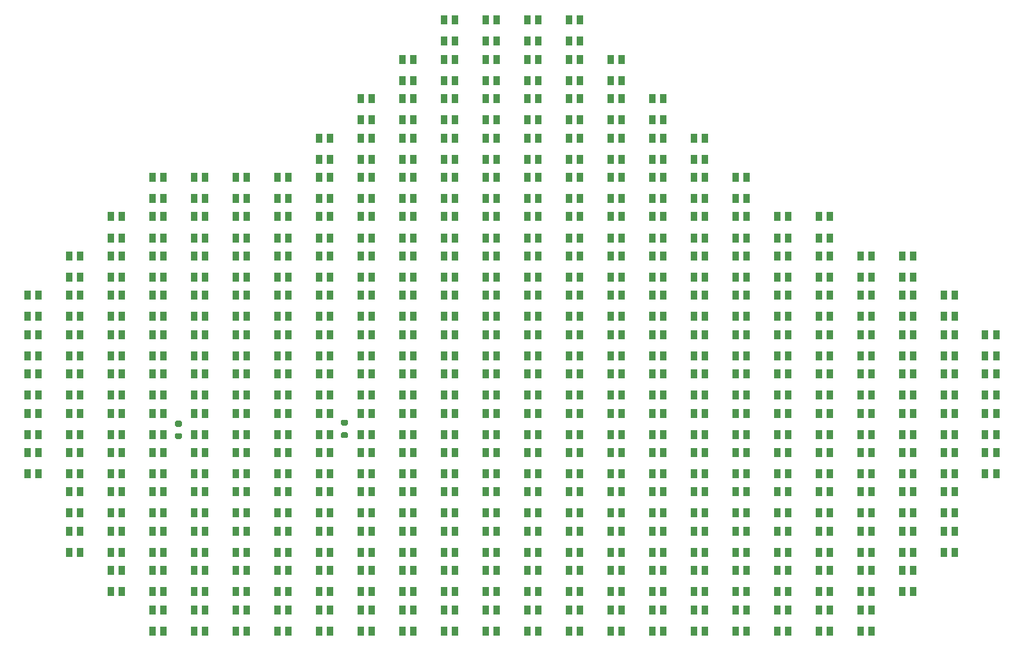
<source format=gbr>
%TF.GenerationSoftware,KiCad,Pcbnew,(5.1.7)-1*%
%TF.CreationDate,2021-01-23T13:14:39+03:00*%
%TF.ProjectId,LED_Cloud,4c45445f-436c-46f7-9564-2e6b69636164,rev?*%
%TF.SameCoordinates,Original*%
%TF.FileFunction,Paste,Top*%
%TF.FilePolarity,Positive*%
%FSLAX46Y46*%
G04 Gerber Fmt 4.6, Leading zero omitted, Abs format (unit mm)*
G04 Created by KiCad (PCBNEW (5.1.7)-1) date 2021-01-23 13:14:39*
%MOMM*%
%LPD*%
G01*
G04 APERTURE LIST*
%ADD10R,0.900000X1.200000*%
G04 APERTURE END LIST*
%TO.C,R9*%
G36*
G01*
X77825000Y-114095000D02*
X78375000Y-114095000D01*
G75*
G02*
X78575000Y-114295000I0J-200000D01*
G01*
X78575000Y-114695000D01*
G75*
G02*
X78375000Y-114895000I-200000J0D01*
G01*
X77825000Y-114895000D01*
G75*
G02*
X77625000Y-114695000I0J200000D01*
G01*
X77625000Y-114295000D01*
G75*
G02*
X77825000Y-114095000I200000J0D01*
G01*
G37*
G36*
G01*
X77825000Y-112445000D02*
X78375000Y-112445000D01*
G75*
G02*
X78575000Y-112645000I0J-200000D01*
G01*
X78575000Y-113045000D01*
G75*
G02*
X78375000Y-113245000I-200000J0D01*
G01*
X77825000Y-113245000D01*
G75*
G02*
X77625000Y-113045000I0J200000D01*
G01*
X77625000Y-112645000D01*
G75*
G02*
X77825000Y-112445000I200000J0D01*
G01*
G37*
%TD*%
%TO.C,R6*%
G36*
G01*
X55915000Y-114230000D02*
X56465000Y-114230000D01*
G75*
G02*
X56665000Y-114430000I0J-200000D01*
G01*
X56665000Y-114830000D01*
G75*
G02*
X56465000Y-115030000I-200000J0D01*
G01*
X55915000Y-115030000D01*
G75*
G02*
X55715000Y-114830000I0J200000D01*
G01*
X55715000Y-114430000D01*
G75*
G02*
X55915000Y-114230000I200000J0D01*
G01*
G37*
G36*
G01*
X55915000Y-112580000D02*
X56465000Y-112580000D01*
G75*
G02*
X56665000Y-112780000I0J-200000D01*
G01*
X56665000Y-113180000D01*
G75*
G02*
X56465000Y-113380000I-200000J0D01*
G01*
X55915000Y-113380000D01*
G75*
G02*
X55715000Y-113180000I0J200000D01*
G01*
X55715000Y-112780000D01*
G75*
G02*
X55915000Y-112580000I200000J0D01*
G01*
G37*
%TD*%
D10*
%TO.C,D300*%
X135275000Y-106400000D03*
X135275000Y-109200000D03*
X136725000Y-109200000D03*
X136725000Y-106400000D03*
%TD*%
%TO.C,D363*%
X158725000Y-101200000D03*
X158725000Y-104000000D03*
X157275000Y-104000000D03*
X157275000Y-101200000D03*
%TD*%
%TO.C,D333*%
X146275000Y-111600000D03*
X146275000Y-114400000D03*
X147725000Y-114400000D03*
X147725000Y-111600000D03*
%TD*%
%TO.C,D366*%
X158725000Y-116800000D03*
X158725000Y-119600000D03*
X157275000Y-119600000D03*
X157275000Y-116800000D03*
%TD*%
%TO.C,D338*%
X146275000Y-137600000D03*
X146275000Y-140400000D03*
X147725000Y-140400000D03*
X147725000Y-137600000D03*
%TD*%
%TO.C,D352*%
X153225000Y-127200000D03*
X153225000Y-130000000D03*
X151775000Y-130000000D03*
X151775000Y-127200000D03*
%TD*%
%TO.C,D345*%
X153225000Y-90800000D03*
X153225000Y-93600000D03*
X151775000Y-93600000D03*
X151775000Y-90800000D03*
%TD*%
%TO.C,D332*%
X146275000Y-106400000D03*
X146275000Y-109200000D03*
X147725000Y-109200000D03*
X147725000Y-106400000D03*
%TD*%
%TO.C,D367*%
X158725000Y-122000000D03*
X158725000Y-124800000D03*
X157275000Y-124800000D03*
X157275000Y-122000000D03*
%TD*%
%TO.C,D337*%
X146275000Y-132400000D03*
X146275000Y-135200000D03*
X147725000Y-135200000D03*
X147725000Y-132400000D03*
%TD*%
%TO.C,D379*%
X164225000Y-101200000D03*
X164225000Y-104000000D03*
X162775000Y-104000000D03*
X162775000Y-101200000D03*
%TD*%
%TO.C,D348*%
X153225000Y-106400000D03*
X153225000Y-109200000D03*
X151775000Y-109200000D03*
X151775000Y-106400000D03*
%TD*%
%TO.C,D365*%
X158725000Y-111600000D03*
X158725000Y-114400000D03*
X157275000Y-114400000D03*
X157275000Y-111600000D03*
%TD*%
%TO.C,D353*%
X153225000Y-132400000D03*
X153225000Y-135200000D03*
X151775000Y-135200000D03*
X151775000Y-132400000D03*
%TD*%
%TO.C,D368*%
X158725000Y-127200000D03*
X158725000Y-130000000D03*
X157275000Y-130000000D03*
X157275000Y-127200000D03*
%TD*%
%TO.C,D381*%
X164225000Y-111600000D03*
X164225000Y-114400000D03*
X162775000Y-114400000D03*
X162775000Y-111600000D03*
%TD*%
%TO.C,D380*%
X164225000Y-106400000D03*
X164225000Y-109200000D03*
X162775000Y-109200000D03*
X162775000Y-106400000D03*
%TD*%
%TO.C,D349*%
X153225000Y-111600000D03*
X153225000Y-114400000D03*
X151775000Y-114400000D03*
X151775000Y-111600000D03*
%TD*%
%TO.C,D382*%
X164225000Y-116800000D03*
X164225000Y-119600000D03*
X162775000Y-119600000D03*
X162775000Y-116800000D03*
%TD*%
%TO.C,D351*%
X153225000Y-122000000D03*
X153225000Y-124800000D03*
X151775000Y-124800000D03*
X151775000Y-122000000D03*
%TD*%
%TO.C,D334*%
X146275000Y-116800000D03*
X146275000Y-119600000D03*
X147725000Y-119600000D03*
X147725000Y-116800000D03*
%TD*%
%TO.C,D336*%
X146275000Y-127200000D03*
X146275000Y-130000000D03*
X147725000Y-130000000D03*
X147725000Y-127200000D03*
%TD*%
%TO.C,D350*%
X153225000Y-116800000D03*
X153225000Y-119600000D03*
X151775000Y-119600000D03*
X151775000Y-116800000D03*
%TD*%
%TO.C,D346*%
X153225000Y-96000000D03*
X153225000Y-98800000D03*
X151775000Y-98800000D03*
X151775000Y-96000000D03*
%TD*%
%TO.C,D330*%
X146275000Y-96000000D03*
X146275000Y-98800000D03*
X147725000Y-98800000D03*
X147725000Y-96000000D03*
%TD*%
%TO.C,D331*%
X146275000Y-101200000D03*
X146275000Y-104000000D03*
X147725000Y-104000000D03*
X147725000Y-101200000D03*
%TD*%
%TO.C,D362*%
X158725000Y-96000000D03*
X158725000Y-98800000D03*
X157275000Y-98800000D03*
X157275000Y-96000000D03*
%TD*%
%TO.C,D335*%
X146275000Y-122000000D03*
X146275000Y-124800000D03*
X147725000Y-124800000D03*
X147725000Y-122000000D03*
%TD*%
%TO.C,D364*%
X158725000Y-106400000D03*
X158725000Y-109200000D03*
X157275000Y-109200000D03*
X157275000Y-106400000D03*
%TD*%
%TO.C,D329*%
X146275000Y-90800000D03*
X146275000Y-93600000D03*
X147725000Y-93600000D03*
X147725000Y-90800000D03*
%TD*%
%TO.C,D347*%
X153225000Y-101200000D03*
X153225000Y-104000000D03*
X151775000Y-104000000D03*
X151775000Y-101200000D03*
%TD*%
%TO.C,D299*%
X135275000Y-101200000D03*
X135275000Y-104000000D03*
X136725000Y-104000000D03*
X136725000Y-101200000D03*
%TD*%
%TO.C,D269*%
X125725000Y-111600000D03*
X125725000Y-114400000D03*
X124275000Y-114400000D03*
X124275000Y-111600000D03*
%TD*%
%TO.C,D302*%
X135275000Y-116800000D03*
X135275000Y-119600000D03*
X136725000Y-119600000D03*
X136725000Y-116800000D03*
%TD*%
%TO.C,D284*%
X129775000Y-106400000D03*
X129775000Y-109200000D03*
X131225000Y-109200000D03*
X131225000Y-106400000D03*
%TD*%
%TO.C,D274*%
X125725000Y-137600000D03*
X125725000Y-140400000D03*
X124275000Y-140400000D03*
X124275000Y-137600000D03*
%TD*%
%TO.C,D315*%
X140775000Y-101200000D03*
X140775000Y-104000000D03*
X142225000Y-104000000D03*
X142225000Y-101200000D03*
%TD*%
%TO.C,D297*%
X135275000Y-90800000D03*
X135275000Y-93600000D03*
X136725000Y-93600000D03*
X136725000Y-90800000D03*
%TD*%
%TO.C,D281*%
X129775000Y-90800000D03*
X129775000Y-93600000D03*
X131225000Y-93600000D03*
X131225000Y-90800000D03*
%TD*%
%TO.C,D273*%
X125725000Y-132400000D03*
X125725000Y-135200000D03*
X124275000Y-135200000D03*
X124275000Y-132400000D03*
%TD*%
%TO.C,D303*%
X135275000Y-122000000D03*
X135275000Y-124800000D03*
X136725000Y-124800000D03*
X136725000Y-122000000D03*
%TD*%
%TO.C,D319*%
X140775000Y-122000000D03*
X140775000Y-124800000D03*
X142225000Y-124800000D03*
X142225000Y-122000000D03*
%TD*%
%TO.C,D288*%
X129775000Y-127200000D03*
X129775000Y-130000000D03*
X131225000Y-130000000D03*
X131225000Y-127200000D03*
%TD*%
%TO.C,D268*%
X125725000Y-106400000D03*
X125725000Y-109200000D03*
X124275000Y-109200000D03*
X124275000Y-106400000D03*
%TD*%
%TO.C,D301*%
X135275000Y-111600000D03*
X135275000Y-114400000D03*
X136725000Y-114400000D03*
X136725000Y-111600000D03*
%TD*%
%TO.C,D289*%
X129775000Y-132400000D03*
X129775000Y-135200000D03*
X131225000Y-135200000D03*
X131225000Y-132400000D03*
%TD*%
%TO.C,D305*%
X135275000Y-132400000D03*
X135275000Y-135200000D03*
X136725000Y-135200000D03*
X136725000Y-132400000D03*
%TD*%
%TO.C,D304*%
X135275000Y-127200000D03*
X135275000Y-130000000D03*
X136725000Y-130000000D03*
X136725000Y-127200000D03*
%TD*%
%TO.C,D321*%
X140775000Y-132400000D03*
X140775000Y-135200000D03*
X142225000Y-135200000D03*
X142225000Y-132400000D03*
%TD*%
%TO.C,D314*%
X140775000Y-96000000D03*
X140775000Y-98800000D03*
X142225000Y-98800000D03*
X142225000Y-96000000D03*
%TD*%
%TO.C,D318*%
X140775000Y-116800000D03*
X140775000Y-119600000D03*
X142225000Y-119600000D03*
X142225000Y-116800000D03*
%TD*%
%TO.C,D306*%
X135275000Y-137600000D03*
X135275000Y-140400000D03*
X136725000Y-140400000D03*
X136725000Y-137600000D03*
%TD*%
%TO.C,D316*%
X140775000Y-106400000D03*
X140775000Y-109200000D03*
X142225000Y-109200000D03*
X142225000Y-106400000D03*
%TD*%
%TO.C,D290*%
X129775000Y-137600000D03*
X129775000Y-140400000D03*
X131225000Y-140400000D03*
X131225000Y-137600000D03*
%TD*%
%TO.C,D312*%
X140775000Y-85600000D03*
X140775000Y-88400000D03*
X142225000Y-88400000D03*
X142225000Y-85600000D03*
%TD*%
%TO.C,D285*%
X129775000Y-111600000D03*
X129775000Y-114400000D03*
X131225000Y-114400000D03*
X131225000Y-111600000D03*
%TD*%
%TO.C,D317*%
X140775000Y-111600000D03*
X140775000Y-114400000D03*
X142225000Y-114400000D03*
X142225000Y-111600000D03*
%TD*%
%TO.C,D280*%
X129775000Y-85600000D03*
X129775000Y-88400000D03*
X131225000Y-88400000D03*
X131225000Y-85600000D03*
%TD*%
%TO.C,D320*%
X140775000Y-127200000D03*
X140775000Y-130000000D03*
X142225000Y-130000000D03*
X142225000Y-127200000D03*
%TD*%
%TO.C,D322*%
X140775000Y-137600000D03*
X140775000Y-140400000D03*
X142225000Y-140400000D03*
X142225000Y-137600000D03*
%TD*%
%TO.C,D287*%
X129775000Y-122000000D03*
X129775000Y-124800000D03*
X131225000Y-124800000D03*
X131225000Y-122000000D03*
%TD*%
%TO.C,D262*%
X125725000Y-75200000D03*
X125725000Y-78000000D03*
X124275000Y-78000000D03*
X124275000Y-75200000D03*
%TD*%
%TO.C,D272*%
X125725000Y-127200000D03*
X125725000Y-130000000D03*
X124275000Y-130000000D03*
X124275000Y-127200000D03*
%TD*%
%TO.C,D286*%
X129775000Y-116800000D03*
X129775000Y-119600000D03*
X131225000Y-119600000D03*
X131225000Y-116800000D03*
%TD*%
%TO.C,D270*%
X125725000Y-116800000D03*
X125725000Y-119600000D03*
X124275000Y-119600000D03*
X124275000Y-116800000D03*
%TD*%
%TO.C,D296*%
X135275000Y-85600000D03*
X135275000Y-88400000D03*
X136725000Y-88400000D03*
X136725000Y-85600000D03*
%TD*%
%TO.C,D282*%
X129775000Y-96000000D03*
X129775000Y-98800000D03*
X131225000Y-98800000D03*
X131225000Y-96000000D03*
%TD*%
%TO.C,D283*%
X129775000Y-101200000D03*
X129775000Y-104000000D03*
X131225000Y-104000000D03*
X131225000Y-101200000D03*
%TD*%
%TO.C,D279*%
X129775000Y-80400000D03*
X129775000Y-83200000D03*
X131225000Y-83200000D03*
X131225000Y-80400000D03*
%TD*%
%TO.C,D266*%
X125725000Y-96000000D03*
X125725000Y-98800000D03*
X124275000Y-98800000D03*
X124275000Y-96000000D03*
%TD*%
%TO.C,D267*%
X125725000Y-101200000D03*
X125725000Y-104000000D03*
X124275000Y-104000000D03*
X124275000Y-101200000D03*
%TD*%
%TO.C,D271*%
X125725000Y-122000000D03*
X125725000Y-124800000D03*
X124275000Y-124800000D03*
X124275000Y-122000000D03*
%TD*%
%TO.C,D264*%
X125725000Y-85600000D03*
X125725000Y-88400000D03*
X124275000Y-88400000D03*
X124275000Y-85600000D03*
%TD*%
%TO.C,D298*%
X135275000Y-96000000D03*
X135275000Y-98800000D03*
X136725000Y-98800000D03*
X136725000Y-96000000D03*
%TD*%
%TO.C,D313*%
X140775000Y-90800000D03*
X140775000Y-93600000D03*
X142225000Y-93600000D03*
X142225000Y-90800000D03*
%TD*%
%TO.C,D265*%
X125725000Y-90800000D03*
X125725000Y-93600000D03*
X124275000Y-93600000D03*
X124275000Y-90800000D03*
%TD*%
%TO.C,D263*%
X125725000Y-80400000D03*
X125725000Y-83200000D03*
X124275000Y-83200000D03*
X124275000Y-80400000D03*
%TD*%
%TO.C,D199*%
X102275000Y-80400000D03*
X102275000Y-83200000D03*
X103725000Y-83200000D03*
X103725000Y-80400000D03*
%TD*%
%TO.C,D220*%
X109225000Y-106400000D03*
X109225000Y-109200000D03*
X107775000Y-109200000D03*
X107775000Y-106400000D03*
%TD*%
%TO.C,D214*%
X109225000Y-75200000D03*
X109225000Y-78000000D03*
X107775000Y-78000000D03*
X107775000Y-75200000D03*
%TD*%
%TO.C,D235*%
X114725000Y-101200000D03*
X114725000Y-104000000D03*
X113275000Y-104000000D03*
X113275000Y-101200000D03*
%TD*%
%TO.C,D205*%
X102275000Y-111600000D03*
X102275000Y-114400000D03*
X103725000Y-114400000D03*
X103725000Y-111600000D03*
%TD*%
%TO.C,D233*%
X114725000Y-90800000D03*
X114725000Y-93600000D03*
X113275000Y-93600000D03*
X113275000Y-90800000D03*
%TD*%
%TO.C,D247*%
X120225000Y-80400000D03*
X120225000Y-83200000D03*
X118775000Y-83200000D03*
X118775000Y-80400000D03*
%TD*%
%TO.C,D238*%
X114725000Y-116800000D03*
X114725000Y-119600000D03*
X113275000Y-119600000D03*
X113275000Y-116800000D03*
%TD*%
%TO.C,D195*%
X103725000Y-59600000D03*
X103725000Y-62400000D03*
X102275000Y-62400000D03*
X102275000Y-59600000D03*
%TD*%
%TO.C,D217*%
X109225000Y-90800000D03*
X109225000Y-93600000D03*
X107775000Y-93600000D03*
X107775000Y-90800000D03*
%TD*%
%TO.C,D210*%
X102275000Y-137600000D03*
X102275000Y-140400000D03*
X103725000Y-140400000D03*
X103725000Y-137600000D03*
%TD*%
%TO.C,D204*%
X102275000Y-106400000D03*
X102275000Y-109200000D03*
X103725000Y-109200000D03*
X103725000Y-106400000D03*
%TD*%
%TO.C,D209*%
X102275000Y-132400000D03*
X102275000Y-135200000D03*
X103725000Y-135200000D03*
X103725000Y-132400000D03*
%TD*%
%TO.C,D239*%
X114725000Y-122000000D03*
X114725000Y-124800000D03*
X113275000Y-124800000D03*
X113275000Y-122000000D03*
%TD*%
%TO.C,D213*%
X109225000Y-70000000D03*
X109225000Y-72800000D03*
X107775000Y-72800000D03*
X107775000Y-70000000D03*
%TD*%
%TO.C,D255*%
X120225000Y-122000000D03*
X120225000Y-124800000D03*
X118775000Y-124800000D03*
X118775000Y-122000000D03*
%TD*%
%TO.C,D197*%
X102275000Y-70000000D03*
X102275000Y-72800000D03*
X103725000Y-72800000D03*
X103725000Y-70000000D03*
%TD*%
%TO.C,D251*%
X120225000Y-101200000D03*
X120225000Y-104000000D03*
X118775000Y-104000000D03*
X118775000Y-101200000D03*
%TD*%
%TO.C,D224*%
X109225000Y-127200000D03*
X109225000Y-130000000D03*
X107775000Y-130000000D03*
X107775000Y-127200000D03*
%TD*%
%TO.C,D237*%
X114725000Y-111600000D03*
X114725000Y-114400000D03*
X113275000Y-114400000D03*
X113275000Y-111600000D03*
%TD*%
%TO.C,D225*%
X109225000Y-132400000D03*
X109225000Y-135200000D03*
X107775000Y-135200000D03*
X107775000Y-132400000D03*
%TD*%
%TO.C,D221*%
X109225000Y-111600000D03*
X109225000Y-114400000D03*
X107775000Y-114400000D03*
X107775000Y-111600000D03*
%TD*%
%TO.C,D241*%
X114725000Y-132400000D03*
X114725000Y-135200000D03*
X113275000Y-135200000D03*
X113275000Y-132400000D03*
%TD*%
%TO.C,D256*%
X120225000Y-127200000D03*
X120225000Y-130000000D03*
X118775000Y-130000000D03*
X118775000Y-127200000D03*
%TD*%
%TO.C,D240*%
X114725000Y-127200000D03*
X114725000Y-130000000D03*
X113275000Y-130000000D03*
X113275000Y-127200000D03*
%TD*%
%TO.C,D257*%
X120225000Y-132400000D03*
X120225000Y-135200000D03*
X118775000Y-135200000D03*
X118775000Y-132400000D03*
%TD*%
%TO.C,D250*%
X120225000Y-96000000D03*
X120225000Y-98800000D03*
X118775000Y-98800000D03*
X118775000Y-96000000D03*
%TD*%
%TO.C,D252*%
X120225000Y-106400000D03*
X120225000Y-109200000D03*
X118775000Y-109200000D03*
X118775000Y-106400000D03*
%TD*%
%TO.C,D211*%
X107775000Y-59600000D03*
X107775000Y-62400000D03*
X109225000Y-62400000D03*
X109225000Y-59600000D03*
%TD*%
%TO.C,D226*%
X109225000Y-137600000D03*
X109225000Y-140400000D03*
X107775000Y-140400000D03*
X107775000Y-137600000D03*
%TD*%
%TO.C,D245*%
X120225000Y-70000000D03*
X120225000Y-72800000D03*
X118775000Y-72800000D03*
X118775000Y-70000000D03*
%TD*%
%TO.C,D258*%
X120225000Y-137600000D03*
X120225000Y-140400000D03*
X118775000Y-140400000D03*
X118775000Y-137600000D03*
%TD*%
%TO.C,D231*%
X114725000Y-80400000D03*
X114725000Y-83200000D03*
X113275000Y-83200000D03*
X113275000Y-80400000D03*
%TD*%
%TO.C,D230*%
X114725000Y-75200000D03*
X114725000Y-78000000D03*
X113275000Y-78000000D03*
X113275000Y-75200000D03*
%TD*%
%TO.C,D248*%
X120225000Y-85600000D03*
X120225000Y-88400000D03*
X118775000Y-88400000D03*
X118775000Y-85600000D03*
%TD*%
%TO.C,D254*%
X120225000Y-116800000D03*
X120225000Y-119600000D03*
X118775000Y-119600000D03*
X118775000Y-116800000D03*
%TD*%
%TO.C,D223*%
X109225000Y-122000000D03*
X109225000Y-124800000D03*
X107775000Y-124800000D03*
X107775000Y-122000000D03*
%TD*%
%TO.C,D253*%
X120225000Y-111600000D03*
X120225000Y-114400000D03*
X118775000Y-114400000D03*
X118775000Y-111600000D03*
%TD*%
%TO.C,D246*%
X120225000Y-75200000D03*
X120225000Y-78000000D03*
X118775000Y-78000000D03*
X118775000Y-75200000D03*
%TD*%
%TO.C,D216*%
X109225000Y-85600000D03*
X109225000Y-88400000D03*
X107775000Y-88400000D03*
X107775000Y-85600000D03*
%TD*%
%TO.C,D242*%
X114725000Y-137600000D03*
X114725000Y-140400000D03*
X113275000Y-140400000D03*
X113275000Y-137600000D03*
%TD*%
%TO.C,D234*%
X114725000Y-96000000D03*
X114725000Y-98800000D03*
X113275000Y-98800000D03*
X113275000Y-96000000D03*
%TD*%
%TO.C,D236*%
X114725000Y-106400000D03*
X114725000Y-109200000D03*
X113275000Y-109200000D03*
X113275000Y-106400000D03*
%TD*%
%TO.C,D249*%
X120225000Y-90800000D03*
X120225000Y-93600000D03*
X118775000Y-93600000D03*
X118775000Y-90800000D03*
%TD*%
%TO.C,D206*%
X102275000Y-116800000D03*
X102275000Y-119600000D03*
X103725000Y-119600000D03*
X103725000Y-116800000D03*
%TD*%
%TO.C,D229*%
X114725000Y-70000000D03*
X114725000Y-72800000D03*
X113275000Y-72800000D03*
X113275000Y-70000000D03*
%TD*%
%TO.C,D218*%
X109225000Y-96000000D03*
X109225000Y-98800000D03*
X107775000Y-98800000D03*
X107775000Y-96000000D03*
%TD*%
%TO.C,D219*%
X109225000Y-101200000D03*
X109225000Y-104000000D03*
X107775000Y-104000000D03*
X107775000Y-101200000D03*
%TD*%
%TO.C,D228*%
X114725000Y-64800000D03*
X114725000Y-67600000D03*
X113275000Y-67600000D03*
X113275000Y-64800000D03*
%TD*%
%TO.C,D212*%
X109225000Y-64800000D03*
X109225000Y-67600000D03*
X107775000Y-67600000D03*
X107775000Y-64800000D03*
%TD*%
%TO.C,D232*%
X114725000Y-85600000D03*
X114725000Y-88400000D03*
X113275000Y-88400000D03*
X113275000Y-85600000D03*
%TD*%
%TO.C,D215*%
X109225000Y-80400000D03*
X109225000Y-83200000D03*
X107775000Y-83200000D03*
X107775000Y-80400000D03*
%TD*%
%TO.C,D222*%
X109225000Y-116800000D03*
X109225000Y-119600000D03*
X107775000Y-119600000D03*
X107775000Y-116800000D03*
%TD*%
%TO.C,D198*%
X102275000Y-75200000D03*
X102275000Y-78000000D03*
X103725000Y-78000000D03*
X103725000Y-75200000D03*
%TD*%
%TO.C,D202*%
X102275000Y-96000000D03*
X102275000Y-98800000D03*
X103725000Y-98800000D03*
X103725000Y-96000000D03*
%TD*%
%TO.C,D201*%
X102275000Y-90800000D03*
X102275000Y-93600000D03*
X103725000Y-93600000D03*
X103725000Y-90800000D03*
%TD*%
%TO.C,D208*%
X102275000Y-127200000D03*
X102275000Y-130000000D03*
X103725000Y-130000000D03*
X103725000Y-127200000D03*
%TD*%
%TO.C,D207*%
X102275000Y-122000000D03*
X102275000Y-124800000D03*
X103725000Y-124800000D03*
X103725000Y-122000000D03*
%TD*%
%TO.C,D200*%
X102275000Y-85600000D03*
X102275000Y-88400000D03*
X103725000Y-88400000D03*
X103725000Y-85600000D03*
%TD*%
%TO.C,D196*%
X102275000Y-64800000D03*
X102275000Y-67600000D03*
X103725000Y-67600000D03*
X103725000Y-64800000D03*
%TD*%
%TO.C,D203*%
X102275000Y-101200000D03*
X102275000Y-104000000D03*
X103725000Y-104000000D03*
X103725000Y-101200000D03*
%TD*%
%TO.C,D136*%
X81725000Y-85600000D03*
X81725000Y-88400000D03*
X80275000Y-88400000D03*
X80275000Y-85600000D03*
%TD*%
%TO.C,D137*%
X81725000Y-90800000D03*
X81725000Y-93600000D03*
X80275000Y-93600000D03*
X80275000Y-90800000D03*
%TD*%
%TO.C,D138*%
X81725000Y-96000000D03*
X81725000Y-98800000D03*
X80275000Y-98800000D03*
X80275000Y-96000000D03*
%TD*%
%TO.C,D151*%
X85775000Y-80400000D03*
X85775000Y-83200000D03*
X87225000Y-83200000D03*
X87225000Y-80400000D03*
%TD*%
%TO.C,D158*%
X85775000Y-116800000D03*
X85775000Y-119600000D03*
X87225000Y-119600000D03*
X87225000Y-116800000D03*
%TD*%
%TO.C,D168*%
X91275000Y-85600000D03*
X91275000Y-88400000D03*
X92725000Y-88400000D03*
X92725000Y-85600000D03*
%TD*%
%TO.C,D148*%
X85775000Y-64800000D03*
X85775000Y-67600000D03*
X87225000Y-67600000D03*
X87225000Y-64800000D03*
%TD*%
%TO.C,D139*%
X81725000Y-101200000D03*
X81725000Y-104000000D03*
X80275000Y-104000000D03*
X80275000Y-101200000D03*
%TD*%
%TO.C,D143*%
X81725000Y-122000000D03*
X81725000Y-124800000D03*
X80275000Y-124800000D03*
X80275000Y-122000000D03*
%TD*%
%TO.C,D134*%
X81725000Y-75200000D03*
X81725000Y-78000000D03*
X80275000Y-78000000D03*
X80275000Y-75200000D03*
%TD*%
%TO.C,D144*%
X81725000Y-127200000D03*
X81725000Y-130000000D03*
X80275000Y-130000000D03*
X80275000Y-127200000D03*
%TD*%
%TO.C,D141*%
X81725000Y-111600000D03*
X81725000Y-114400000D03*
X80275000Y-114400000D03*
X80275000Y-111600000D03*
%TD*%
%TO.C,D133*%
X81725000Y-70000000D03*
X81725000Y-72800000D03*
X80275000Y-72800000D03*
X80275000Y-70000000D03*
%TD*%
%TO.C,D140*%
X81725000Y-106400000D03*
X81725000Y-109200000D03*
X80275000Y-109200000D03*
X80275000Y-106400000D03*
%TD*%
%TO.C,D145*%
X81725000Y-132400000D03*
X81725000Y-135200000D03*
X80275000Y-135200000D03*
X80275000Y-132400000D03*
%TD*%
%TO.C,D146*%
X81725000Y-137600000D03*
X81725000Y-140400000D03*
X80275000Y-140400000D03*
X80275000Y-137600000D03*
%TD*%
%TO.C,D135*%
X81725000Y-80400000D03*
X81725000Y-83200000D03*
X80275000Y-83200000D03*
X80275000Y-80400000D03*
%TD*%
%TO.C,D183*%
X96775000Y-80400000D03*
X96775000Y-83200000D03*
X98225000Y-83200000D03*
X98225000Y-80400000D03*
%TD*%
%TO.C,D191*%
X96775000Y-122000000D03*
X96775000Y-124800000D03*
X98225000Y-124800000D03*
X98225000Y-122000000D03*
%TD*%
%TO.C,D169*%
X91275000Y-90800000D03*
X91275000Y-93600000D03*
X92725000Y-93600000D03*
X92725000Y-90800000D03*
%TD*%
%TO.C,D171*%
X91275000Y-101200000D03*
X91275000Y-104000000D03*
X92725000Y-104000000D03*
X92725000Y-101200000D03*
%TD*%
%TO.C,D175*%
X91275000Y-122000000D03*
X91275000Y-124800000D03*
X92725000Y-124800000D03*
X92725000Y-122000000D03*
%TD*%
%TO.C,D153*%
X85775000Y-90800000D03*
X85775000Y-93600000D03*
X87225000Y-93600000D03*
X87225000Y-90800000D03*
%TD*%
%TO.C,D149*%
X85775000Y-70000000D03*
X85775000Y-72800000D03*
X87225000Y-72800000D03*
X87225000Y-70000000D03*
%TD*%
%TO.C,D150*%
X85775000Y-75200000D03*
X85775000Y-78000000D03*
X87225000Y-78000000D03*
X87225000Y-75200000D03*
%TD*%
%TO.C,D174*%
X91275000Y-116800000D03*
X91275000Y-119600000D03*
X92725000Y-119600000D03*
X92725000Y-116800000D03*
%TD*%
%TO.C,D156*%
X85775000Y-106400000D03*
X85775000Y-109200000D03*
X87225000Y-109200000D03*
X87225000Y-106400000D03*
%TD*%
%TO.C,D187*%
X96775000Y-101200000D03*
X96775000Y-104000000D03*
X98225000Y-104000000D03*
X98225000Y-101200000D03*
%TD*%
%TO.C,D166*%
X91275000Y-75200000D03*
X91275000Y-78000000D03*
X92725000Y-78000000D03*
X92725000Y-75200000D03*
%TD*%
%TO.C,D182*%
X96775000Y-75200000D03*
X96775000Y-78000000D03*
X98225000Y-78000000D03*
X98225000Y-75200000D03*
%TD*%
%TO.C,D190*%
X96775000Y-116800000D03*
X96775000Y-119600000D03*
X98225000Y-119600000D03*
X98225000Y-116800000D03*
%TD*%
%TO.C,D180*%
X96775000Y-64800000D03*
X96775000Y-67600000D03*
X98225000Y-67600000D03*
X98225000Y-64800000D03*
%TD*%
%TO.C,D189*%
X96775000Y-111600000D03*
X96775000Y-114400000D03*
X98225000Y-114400000D03*
X98225000Y-111600000D03*
%TD*%
%TO.C,D159*%
X85775000Y-122000000D03*
X85775000Y-124800000D03*
X87225000Y-124800000D03*
X87225000Y-122000000D03*
%TD*%
%TO.C,D152*%
X85775000Y-85600000D03*
X85775000Y-88400000D03*
X87225000Y-88400000D03*
X87225000Y-85600000D03*
%TD*%
%TO.C,D184*%
X96775000Y-85600000D03*
X96775000Y-88400000D03*
X98225000Y-88400000D03*
X98225000Y-85600000D03*
%TD*%
%TO.C,D167*%
X91275000Y-80400000D03*
X91275000Y-83200000D03*
X92725000Y-83200000D03*
X92725000Y-80400000D03*
%TD*%
%TO.C,D185*%
X96775000Y-90800000D03*
X96775000Y-93600000D03*
X98225000Y-93600000D03*
X98225000Y-90800000D03*
%TD*%
%TO.C,D154*%
X85775000Y-96000000D03*
X85775000Y-98800000D03*
X87225000Y-98800000D03*
X87225000Y-96000000D03*
%TD*%
%TO.C,D165*%
X91275000Y-70000000D03*
X91275000Y-72800000D03*
X92725000Y-72800000D03*
X92725000Y-70000000D03*
%TD*%
%TO.C,D172*%
X91275000Y-106400000D03*
X91275000Y-109200000D03*
X92725000Y-109200000D03*
X92725000Y-106400000D03*
%TD*%
%TO.C,D170*%
X91275000Y-96000000D03*
X91275000Y-98800000D03*
X92725000Y-98800000D03*
X92725000Y-96000000D03*
%TD*%
%TO.C,D164*%
X91275000Y-64800000D03*
X91275000Y-67600000D03*
X92725000Y-67600000D03*
X92725000Y-64800000D03*
%TD*%
%TO.C,D142*%
X81725000Y-116800000D03*
X81725000Y-119600000D03*
X80275000Y-119600000D03*
X80275000Y-116800000D03*
%TD*%
%TO.C,D178*%
X91275000Y-137600000D03*
X91275000Y-140400000D03*
X92725000Y-140400000D03*
X92725000Y-137600000D03*
%TD*%
%TO.C,D155*%
X85775000Y-101200000D03*
X85775000Y-104000000D03*
X87225000Y-104000000D03*
X87225000Y-101200000D03*
%TD*%
%TO.C,D181*%
X96775000Y-70000000D03*
X96775000Y-72800000D03*
X98225000Y-72800000D03*
X98225000Y-70000000D03*
%TD*%
%TO.C,D194*%
X96775000Y-137600000D03*
X96775000Y-140400000D03*
X98225000Y-140400000D03*
X98225000Y-137600000D03*
%TD*%
%TO.C,D162*%
X85775000Y-137600000D03*
X85775000Y-140400000D03*
X87225000Y-140400000D03*
X87225000Y-137600000D03*
%TD*%
%TO.C,D188*%
X96775000Y-106400000D03*
X96775000Y-109200000D03*
X98225000Y-109200000D03*
X98225000Y-106400000D03*
%TD*%
%TO.C,D179*%
X98225000Y-59600000D03*
X98225000Y-62400000D03*
X96775000Y-62400000D03*
X96775000Y-59600000D03*
%TD*%
%TO.C,D186*%
X96775000Y-96000000D03*
X96775000Y-98800000D03*
X98225000Y-98800000D03*
X98225000Y-96000000D03*
%TD*%
%TO.C,D163*%
X92725000Y-59600000D03*
X92725000Y-62400000D03*
X91275000Y-62400000D03*
X91275000Y-59600000D03*
%TD*%
%TO.C,D193*%
X96775000Y-132400000D03*
X96775000Y-135200000D03*
X98225000Y-135200000D03*
X98225000Y-132400000D03*
%TD*%
%TO.C,D173*%
X91275000Y-111600000D03*
X91275000Y-114400000D03*
X92725000Y-114400000D03*
X92725000Y-111600000D03*
%TD*%
%TO.C,D157*%
X85775000Y-111600000D03*
X85775000Y-114400000D03*
X87225000Y-114400000D03*
X87225000Y-111600000D03*
%TD*%
%TO.C,D160*%
X85775000Y-127200000D03*
X85775000Y-130000000D03*
X87225000Y-130000000D03*
X87225000Y-127200000D03*
%TD*%
%TO.C,D176*%
X91275000Y-127200000D03*
X91275000Y-130000000D03*
X92725000Y-130000000D03*
X92725000Y-127200000D03*
%TD*%
%TO.C,D192*%
X96775000Y-127200000D03*
X96775000Y-130000000D03*
X98225000Y-130000000D03*
X98225000Y-127200000D03*
%TD*%
%TO.C,D161*%
X85775000Y-132400000D03*
X85775000Y-135200000D03*
X87225000Y-135200000D03*
X87225000Y-132400000D03*
%TD*%
%TO.C,D177*%
X91275000Y-132400000D03*
X91275000Y-135200000D03*
X92725000Y-135200000D03*
X92725000Y-132400000D03*
%TD*%
%TO.C,D72*%
X58275000Y-85600000D03*
X58275000Y-88400000D03*
X59725000Y-88400000D03*
X59725000Y-85600000D03*
%TD*%
%TO.C,D71*%
X58275000Y-80400000D03*
X58275000Y-83200000D03*
X59725000Y-83200000D03*
X59725000Y-80400000D03*
%TD*%
%TO.C,D73*%
X58275000Y-90800000D03*
X58275000Y-93600000D03*
X59725000Y-93600000D03*
X59725000Y-90800000D03*
%TD*%
%TO.C,D75*%
X58275000Y-101200000D03*
X58275000Y-104000000D03*
X59725000Y-104000000D03*
X59725000Y-101200000D03*
%TD*%
%TO.C,D74*%
X58275000Y-96000000D03*
X58275000Y-98800000D03*
X59725000Y-98800000D03*
X59725000Y-96000000D03*
%TD*%
%TO.C,D76*%
X58275000Y-106400000D03*
X58275000Y-109200000D03*
X59725000Y-109200000D03*
X59725000Y-106400000D03*
%TD*%
%TO.C,D77*%
X58275000Y-111600000D03*
X58275000Y-114400000D03*
X59725000Y-114400000D03*
X59725000Y-111600000D03*
%TD*%
%TO.C,D79*%
X58275000Y-122000000D03*
X58275000Y-124800000D03*
X59725000Y-124800000D03*
X59725000Y-122000000D03*
%TD*%
%TO.C,D80*%
X58275000Y-127200000D03*
X58275000Y-130000000D03*
X59725000Y-130000000D03*
X59725000Y-127200000D03*
%TD*%
%TO.C,D81*%
X58275000Y-132400000D03*
X58275000Y-135200000D03*
X59725000Y-135200000D03*
X59725000Y-132400000D03*
%TD*%
%TO.C,D82*%
X58275000Y-137600000D03*
X58275000Y-140400000D03*
X59725000Y-140400000D03*
X59725000Y-137600000D03*
%TD*%
%TO.C,D87*%
X65225000Y-80400000D03*
X65225000Y-83200000D03*
X63775000Y-83200000D03*
X63775000Y-80400000D03*
%TD*%
%TO.C,D94*%
X65225000Y-116800000D03*
X65225000Y-119600000D03*
X63775000Y-119600000D03*
X63775000Y-116800000D03*
%TD*%
%TO.C,D104*%
X70725000Y-85600000D03*
X70725000Y-88400000D03*
X69275000Y-88400000D03*
X69275000Y-85600000D03*
%TD*%
%TO.C,D119*%
X76225000Y-80400000D03*
X76225000Y-83200000D03*
X74775000Y-83200000D03*
X74775000Y-80400000D03*
%TD*%
%TO.C,D107*%
X70725000Y-101200000D03*
X70725000Y-104000000D03*
X69275000Y-104000000D03*
X69275000Y-101200000D03*
%TD*%
%TO.C,D89*%
X65225000Y-90800000D03*
X65225000Y-93600000D03*
X63775000Y-93600000D03*
X63775000Y-90800000D03*
%TD*%
%TO.C,D105*%
X70725000Y-90800000D03*
X70725000Y-93600000D03*
X69275000Y-93600000D03*
X69275000Y-90800000D03*
%TD*%
%TO.C,D111*%
X70725000Y-122000000D03*
X70725000Y-124800000D03*
X69275000Y-124800000D03*
X69275000Y-122000000D03*
%TD*%
%TO.C,D127*%
X76225000Y-122000000D03*
X76225000Y-124800000D03*
X74775000Y-124800000D03*
X74775000Y-122000000D03*
%TD*%
%TO.C,D92*%
X65225000Y-106400000D03*
X65225000Y-109200000D03*
X63775000Y-109200000D03*
X63775000Y-106400000D03*
%TD*%
%TO.C,D123*%
X76225000Y-101200000D03*
X76225000Y-104000000D03*
X74775000Y-104000000D03*
X74775000Y-101200000D03*
%TD*%
%TO.C,D118*%
X76225000Y-75200000D03*
X76225000Y-78000000D03*
X74775000Y-78000000D03*
X74775000Y-75200000D03*
%TD*%
%TO.C,D110*%
X70725000Y-116800000D03*
X70725000Y-119600000D03*
X69275000Y-119600000D03*
X69275000Y-116800000D03*
%TD*%
%TO.C,D98*%
X65225000Y-137600000D03*
X65225000Y-140400000D03*
X63775000Y-140400000D03*
X63775000Y-137600000D03*
%TD*%
%TO.C,D126*%
X76225000Y-116800000D03*
X76225000Y-119600000D03*
X74775000Y-119600000D03*
X74775000Y-116800000D03*
%TD*%
%TO.C,D130*%
X76225000Y-137600000D03*
X76225000Y-140400000D03*
X74775000Y-140400000D03*
X74775000Y-137600000D03*
%TD*%
%TO.C,D103*%
X70725000Y-80400000D03*
X70725000Y-83200000D03*
X69275000Y-83200000D03*
X69275000Y-80400000D03*
%TD*%
%TO.C,D91*%
X65225000Y-101200000D03*
X65225000Y-104000000D03*
X63775000Y-104000000D03*
X63775000Y-101200000D03*
%TD*%
%TO.C,D108*%
X70725000Y-106400000D03*
X70725000Y-109200000D03*
X69275000Y-109200000D03*
X69275000Y-106400000D03*
%TD*%
%TO.C,D124*%
X76225000Y-106400000D03*
X76225000Y-109200000D03*
X74775000Y-109200000D03*
X74775000Y-106400000D03*
%TD*%
%TO.C,D121*%
X76225000Y-90800000D03*
X76225000Y-93600000D03*
X74775000Y-93600000D03*
X74775000Y-90800000D03*
%TD*%
%TO.C,D88*%
X65225000Y-85600000D03*
X65225000Y-88400000D03*
X63775000Y-88400000D03*
X63775000Y-85600000D03*
%TD*%
%TO.C,D120*%
X76225000Y-85600000D03*
X76225000Y-88400000D03*
X74775000Y-88400000D03*
X74775000Y-85600000D03*
%TD*%
%TO.C,D114*%
X70725000Y-137600000D03*
X70725000Y-140400000D03*
X69275000Y-140400000D03*
X69275000Y-137600000D03*
%TD*%
%TO.C,D78*%
X58275000Y-116800000D03*
X58275000Y-119600000D03*
X59725000Y-119600000D03*
X59725000Y-116800000D03*
%TD*%
%TO.C,D95*%
X65225000Y-122000000D03*
X65225000Y-124800000D03*
X63775000Y-124800000D03*
X63775000Y-122000000D03*
%TD*%
%TO.C,D125*%
X76225000Y-111600000D03*
X76225000Y-114400000D03*
X74775000Y-114400000D03*
X74775000Y-111600000D03*
%TD*%
%TO.C,D90*%
X65225000Y-96000000D03*
X65225000Y-98800000D03*
X63775000Y-98800000D03*
X63775000Y-96000000D03*
%TD*%
%TO.C,D106*%
X70725000Y-96000000D03*
X70725000Y-98800000D03*
X69275000Y-98800000D03*
X69275000Y-96000000D03*
%TD*%
%TO.C,D122*%
X76225000Y-96000000D03*
X76225000Y-98800000D03*
X74775000Y-98800000D03*
X74775000Y-96000000D03*
%TD*%
%TO.C,D129*%
X76225000Y-132400000D03*
X76225000Y-135200000D03*
X74775000Y-135200000D03*
X74775000Y-132400000D03*
%TD*%
%TO.C,D109*%
X70725000Y-111600000D03*
X70725000Y-114400000D03*
X69275000Y-114400000D03*
X69275000Y-111600000D03*
%TD*%
%TO.C,D93*%
X65225000Y-111600000D03*
X65225000Y-114400000D03*
X63775000Y-114400000D03*
X63775000Y-111600000D03*
%TD*%
%TO.C,D96*%
X65225000Y-127200000D03*
X65225000Y-130000000D03*
X63775000Y-130000000D03*
X63775000Y-127200000D03*
%TD*%
%TO.C,D112*%
X70725000Y-127200000D03*
X70725000Y-130000000D03*
X69275000Y-130000000D03*
X69275000Y-127200000D03*
%TD*%
%TO.C,D128*%
X76225000Y-127200000D03*
X76225000Y-130000000D03*
X74775000Y-130000000D03*
X74775000Y-127200000D03*
%TD*%
%TO.C,D97*%
X65225000Y-132400000D03*
X65225000Y-135200000D03*
X63775000Y-135200000D03*
X63775000Y-132400000D03*
%TD*%
%TO.C,D113*%
X70725000Y-132400000D03*
X70725000Y-135200000D03*
X69275000Y-135200000D03*
X69275000Y-132400000D03*
%TD*%
%TO.C,D29*%
X41775000Y-111600000D03*
X41775000Y-114400000D03*
X43225000Y-114400000D03*
X43225000Y-111600000D03*
%TD*%
%TO.C,D25*%
X41775000Y-90800000D03*
X41775000Y-93600000D03*
X43225000Y-93600000D03*
X43225000Y-90800000D03*
%TD*%
%TO.C,D27*%
X41775000Y-101200000D03*
X41775000Y-104000000D03*
X43225000Y-104000000D03*
X43225000Y-101200000D03*
%TD*%
%TO.C,D40*%
X47275000Y-85600000D03*
X47275000Y-88400000D03*
X48725000Y-88400000D03*
X48725000Y-85600000D03*
%TD*%
%TO.C,D65*%
X52775000Y-132400000D03*
X52775000Y-135200000D03*
X54225000Y-135200000D03*
X54225000Y-132400000D03*
%TD*%
%TO.C,D49*%
X47275000Y-132400000D03*
X47275000Y-135200000D03*
X48725000Y-135200000D03*
X48725000Y-132400000D03*
%TD*%
%TO.C,D64*%
X52775000Y-127200000D03*
X52775000Y-130000000D03*
X54225000Y-130000000D03*
X54225000Y-127200000D03*
%TD*%
%TO.C,D48*%
X47275000Y-127200000D03*
X47275000Y-130000000D03*
X48725000Y-130000000D03*
X48725000Y-127200000D03*
%TD*%
%TO.C,D32*%
X41775000Y-127200000D03*
X41775000Y-130000000D03*
X43225000Y-130000000D03*
X43225000Y-127200000D03*
%TD*%
%TO.C,D61*%
X52775000Y-111600000D03*
X52775000Y-114400000D03*
X54225000Y-114400000D03*
X54225000Y-111600000D03*
%TD*%
%TO.C,D45*%
X47275000Y-111600000D03*
X47275000Y-114400000D03*
X48725000Y-114400000D03*
X48725000Y-111600000D03*
%TD*%
%TO.C,D58*%
X52775000Y-96000000D03*
X52775000Y-98800000D03*
X54225000Y-98800000D03*
X54225000Y-96000000D03*
%TD*%
%TO.C,D42*%
X47275000Y-96000000D03*
X47275000Y-98800000D03*
X48725000Y-98800000D03*
X48725000Y-96000000D03*
%TD*%
%TO.C,D26*%
X41775000Y-96000000D03*
X41775000Y-98800000D03*
X43225000Y-98800000D03*
X43225000Y-96000000D03*
%TD*%
%TO.C,D66*%
X52775000Y-137600000D03*
X52775000Y-140400000D03*
X54225000Y-140400000D03*
X54225000Y-137600000D03*
%TD*%
%TO.C,D56*%
X52775000Y-85600000D03*
X52775000Y-88400000D03*
X54225000Y-88400000D03*
X54225000Y-85600000D03*
%TD*%
%TO.C,D62*%
X52775000Y-116800000D03*
X52775000Y-119600000D03*
X54225000Y-119600000D03*
X54225000Y-116800000D03*
%TD*%
%TO.C,D46*%
X47275000Y-116800000D03*
X47275000Y-119600000D03*
X48725000Y-119600000D03*
X48725000Y-116800000D03*
%TD*%
%TO.C,D30*%
X41775000Y-116800000D03*
X41775000Y-119600000D03*
X43225000Y-119600000D03*
X43225000Y-116800000D03*
%TD*%
%TO.C,D57*%
X52775000Y-90800000D03*
X52775000Y-93600000D03*
X54225000Y-93600000D03*
X54225000Y-90800000D03*
%TD*%
%TO.C,D41*%
X47275000Y-90800000D03*
X47275000Y-93600000D03*
X48725000Y-93600000D03*
X48725000Y-90800000D03*
%TD*%
%TO.C,D59*%
X52775000Y-101200000D03*
X52775000Y-104000000D03*
X54225000Y-104000000D03*
X54225000Y-101200000D03*
%TD*%
%TO.C,D43*%
X47275000Y-101200000D03*
X47275000Y-104000000D03*
X48725000Y-104000000D03*
X48725000Y-101200000D03*
%TD*%
%TO.C,D60*%
X52775000Y-106400000D03*
X52775000Y-109200000D03*
X54225000Y-109200000D03*
X54225000Y-106400000D03*
%TD*%
%TO.C,D44*%
X47275000Y-106400000D03*
X47275000Y-109200000D03*
X48725000Y-109200000D03*
X48725000Y-106400000D03*
%TD*%
%TO.C,D28*%
X41775000Y-106400000D03*
X41775000Y-109200000D03*
X43225000Y-109200000D03*
X43225000Y-106400000D03*
%TD*%
%TO.C,D55*%
X52775000Y-80400000D03*
X52775000Y-83200000D03*
X54225000Y-83200000D03*
X54225000Y-80400000D03*
%TD*%
%TO.C,D63*%
X52775000Y-122000000D03*
X52775000Y-124800000D03*
X54225000Y-124800000D03*
X54225000Y-122000000D03*
%TD*%
%TO.C,D47*%
X47275000Y-122000000D03*
X47275000Y-124800000D03*
X48725000Y-124800000D03*
X48725000Y-122000000D03*
%TD*%
%TO.C,D31*%
X41775000Y-122000000D03*
X41775000Y-124800000D03*
X43225000Y-124800000D03*
X43225000Y-122000000D03*
%TD*%
%TO.C,D14*%
X37725000Y-116800000D03*
X37725000Y-119600000D03*
X36275000Y-119600000D03*
X36275000Y-116800000D03*
%TD*%
%TO.C,D13*%
X37725000Y-111600000D03*
X37725000Y-114400000D03*
X36275000Y-114400000D03*
X36275000Y-111600000D03*
%TD*%
%TO.C,D12*%
X37725000Y-106400000D03*
X37725000Y-109200000D03*
X36275000Y-109200000D03*
X36275000Y-106400000D03*
%TD*%
%TO.C,D11*%
X37725000Y-101200000D03*
X37725000Y-104000000D03*
X36275000Y-104000000D03*
X36275000Y-101200000D03*
%TD*%
%TO.C,D10*%
X37725000Y-96000000D03*
X37725000Y-98800000D03*
X36275000Y-98800000D03*
X36275000Y-96000000D03*
%TD*%
M02*

</source>
